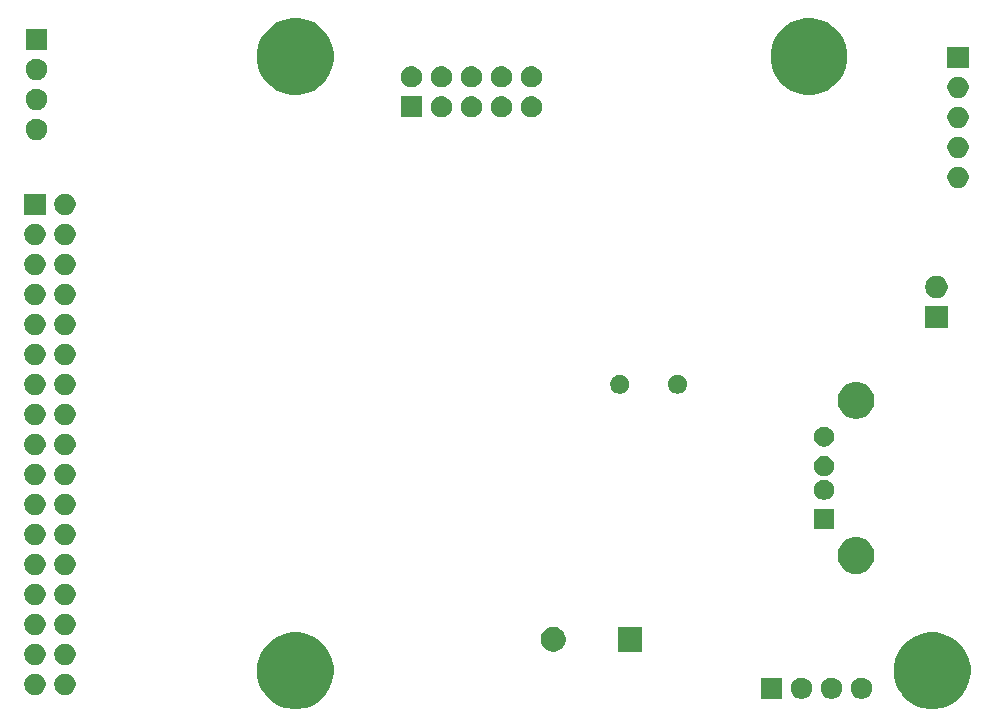
<source format=gbr>
G04 #@! TF.GenerationSoftware,KiCad,Pcbnew,(5.1.5)-3*
G04 #@! TF.CreationDate,2024-07-10T18:19:44+03:00*
G04 #@! TF.ProjectId,Gotek_Floppy_Disk_Emulator_V2,476f7465-6b5f-4466-9c6f-7070795f4469,rev?*
G04 #@! TF.SameCoordinates,Original*
G04 #@! TF.FileFunction,Soldermask,Bot*
G04 #@! TF.FilePolarity,Negative*
%FSLAX46Y46*%
G04 Gerber Fmt 4.6, Leading zero omitted, Abs format (unit mm)*
G04 Created by KiCad (PCBNEW (5.1.5)-3) date 2024-07-10 18:19:44*
%MOMM*%
%LPD*%
G04 APERTURE LIST*
%ADD10C,0.100000*%
G04 APERTURE END LIST*
D10*
G36*
X168549239Y-108691467D02*
G01*
X168863282Y-108753934D01*
X169454926Y-108999001D01*
X169987392Y-109354784D01*
X170440216Y-109807608D01*
X170795999Y-110340074D01*
X171034879Y-110916782D01*
X171041066Y-110931719D01*
X171166000Y-111559803D01*
X171166000Y-112200197D01*
X171140151Y-112330147D01*
X171041066Y-112828282D01*
X170795999Y-113419926D01*
X170510986Y-113846477D01*
X170448929Y-113939353D01*
X170440216Y-113952392D01*
X169987392Y-114405216D01*
X169454926Y-114760999D01*
X168863282Y-115006066D01*
X168549239Y-115068533D01*
X168235197Y-115131000D01*
X167594803Y-115131000D01*
X167280761Y-115068533D01*
X166966718Y-115006066D01*
X166375074Y-114760999D01*
X165842608Y-114405216D01*
X165389784Y-113952392D01*
X165381072Y-113939353D01*
X165319014Y-113846477D01*
X165034001Y-113419926D01*
X164788934Y-112828282D01*
X164689849Y-112330147D01*
X164664000Y-112200197D01*
X164664000Y-111559803D01*
X164788934Y-110931719D01*
X164795121Y-110916782D01*
X165034001Y-110340074D01*
X165389784Y-109807608D01*
X165842608Y-109354784D01*
X166375074Y-108999001D01*
X166966718Y-108753934D01*
X167280761Y-108691467D01*
X167594803Y-108629000D01*
X168235197Y-108629000D01*
X168549239Y-108691467D01*
G37*
G36*
X114634239Y-108691467D02*
G01*
X114948282Y-108753934D01*
X115539926Y-108999001D01*
X116072392Y-109354784D01*
X116525216Y-109807608D01*
X116880999Y-110340074D01*
X117119879Y-110916782D01*
X117126066Y-110931719D01*
X117251000Y-111559803D01*
X117251000Y-112200197D01*
X117225151Y-112330147D01*
X117126066Y-112828282D01*
X116880999Y-113419926D01*
X116595986Y-113846477D01*
X116533929Y-113939353D01*
X116525216Y-113952392D01*
X116072392Y-114405216D01*
X115539926Y-114760999D01*
X114948282Y-115006066D01*
X114634239Y-115068533D01*
X114320197Y-115131000D01*
X113679803Y-115131000D01*
X113365761Y-115068533D01*
X113051718Y-115006066D01*
X112460074Y-114760999D01*
X111927608Y-114405216D01*
X111474784Y-113952392D01*
X111466072Y-113939353D01*
X111404014Y-113846477D01*
X111119001Y-113419926D01*
X110873934Y-112828282D01*
X110774849Y-112330147D01*
X110749000Y-112200197D01*
X110749000Y-111559803D01*
X110873934Y-110931719D01*
X110880121Y-110916782D01*
X111119001Y-110340074D01*
X111474784Y-109807608D01*
X111927608Y-109354784D01*
X112460074Y-108999001D01*
X113051718Y-108753934D01*
X113365761Y-108691467D01*
X113679803Y-108629000D01*
X114320197Y-108629000D01*
X114634239Y-108691467D01*
G37*
G36*
X162038512Y-112468927D02*
G01*
X162187812Y-112498624D01*
X162351784Y-112566544D01*
X162499354Y-112665147D01*
X162624853Y-112790646D01*
X162723456Y-112938216D01*
X162791376Y-113102188D01*
X162826000Y-113276259D01*
X162826000Y-113453741D01*
X162791376Y-113627812D01*
X162723456Y-113791784D01*
X162624853Y-113939354D01*
X162499354Y-114064853D01*
X162351784Y-114163456D01*
X162187812Y-114231376D01*
X162038512Y-114261073D01*
X162013742Y-114266000D01*
X161836258Y-114266000D01*
X161811488Y-114261073D01*
X161662188Y-114231376D01*
X161498216Y-114163456D01*
X161350646Y-114064853D01*
X161225147Y-113939354D01*
X161126544Y-113791784D01*
X161058624Y-113627812D01*
X161024000Y-113453741D01*
X161024000Y-113276259D01*
X161058624Y-113102188D01*
X161126544Y-112938216D01*
X161225147Y-112790646D01*
X161350646Y-112665147D01*
X161498216Y-112566544D01*
X161662188Y-112498624D01*
X161811488Y-112468927D01*
X161836258Y-112464000D01*
X162013742Y-112464000D01*
X162038512Y-112468927D01*
G37*
G36*
X155206000Y-114266000D02*
G01*
X153404000Y-114266000D01*
X153404000Y-112464000D01*
X155206000Y-112464000D01*
X155206000Y-114266000D01*
G37*
G36*
X156958512Y-112468927D02*
G01*
X157107812Y-112498624D01*
X157271784Y-112566544D01*
X157419354Y-112665147D01*
X157544853Y-112790646D01*
X157643456Y-112938216D01*
X157711376Y-113102188D01*
X157746000Y-113276259D01*
X157746000Y-113453741D01*
X157711376Y-113627812D01*
X157643456Y-113791784D01*
X157544853Y-113939354D01*
X157419354Y-114064853D01*
X157271784Y-114163456D01*
X157107812Y-114231376D01*
X156958512Y-114261073D01*
X156933742Y-114266000D01*
X156756258Y-114266000D01*
X156731488Y-114261073D01*
X156582188Y-114231376D01*
X156418216Y-114163456D01*
X156270646Y-114064853D01*
X156145147Y-113939354D01*
X156046544Y-113791784D01*
X155978624Y-113627812D01*
X155944000Y-113453741D01*
X155944000Y-113276259D01*
X155978624Y-113102188D01*
X156046544Y-112938216D01*
X156145147Y-112790646D01*
X156270646Y-112665147D01*
X156418216Y-112566544D01*
X156582188Y-112498624D01*
X156731488Y-112468927D01*
X156756258Y-112464000D01*
X156933742Y-112464000D01*
X156958512Y-112468927D01*
G37*
G36*
X159498512Y-112468927D02*
G01*
X159647812Y-112498624D01*
X159811784Y-112566544D01*
X159959354Y-112665147D01*
X160084853Y-112790646D01*
X160183456Y-112938216D01*
X160251376Y-113102188D01*
X160286000Y-113276259D01*
X160286000Y-113453741D01*
X160251376Y-113627812D01*
X160183456Y-113791784D01*
X160084853Y-113939354D01*
X159959354Y-114064853D01*
X159811784Y-114163456D01*
X159647812Y-114231376D01*
X159498512Y-114261073D01*
X159473742Y-114266000D01*
X159296258Y-114266000D01*
X159271488Y-114261073D01*
X159122188Y-114231376D01*
X158958216Y-114163456D01*
X158810646Y-114064853D01*
X158685147Y-113939354D01*
X158586544Y-113791784D01*
X158518624Y-113627812D01*
X158484000Y-113453741D01*
X158484000Y-113276259D01*
X158518624Y-113102188D01*
X158586544Y-112938216D01*
X158685147Y-112790646D01*
X158810646Y-112665147D01*
X158958216Y-112566544D01*
X159122188Y-112498624D01*
X159271488Y-112468927D01*
X159296258Y-112464000D01*
X159473742Y-112464000D01*
X159498512Y-112468927D01*
G37*
G36*
X92061512Y-112133927D02*
G01*
X92210812Y-112163624D01*
X92374784Y-112231544D01*
X92522354Y-112330147D01*
X92647853Y-112455646D01*
X92746456Y-112603216D01*
X92814376Y-112767188D01*
X92849000Y-112941259D01*
X92849000Y-113118741D01*
X92814376Y-113292812D01*
X92746456Y-113456784D01*
X92647853Y-113604354D01*
X92522354Y-113729853D01*
X92374784Y-113828456D01*
X92210812Y-113896376D01*
X92061512Y-113926073D01*
X92036742Y-113931000D01*
X91859258Y-113931000D01*
X91834488Y-113926073D01*
X91685188Y-113896376D01*
X91521216Y-113828456D01*
X91373646Y-113729853D01*
X91248147Y-113604354D01*
X91149544Y-113456784D01*
X91081624Y-113292812D01*
X91047000Y-113118741D01*
X91047000Y-112941259D01*
X91081624Y-112767188D01*
X91149544Y-112603216D01*
X91248147Y-112455646D01*
X91373646Y-112330147D01*
X91521216Y-112231544D01*
X91685188Y-112163624D01*
X91834488Y-112133927D01*
X91859258Y-112129000D01*
X92036742Y-112129000D01*
X92061512Y-112133927D01*
G37*
G36*
X94601512Y-112133927D02*
G01*
X94750812Y-112163624D01*
X94914784Y-112231544D01*
X95062354Y-112330147D01*
X95187853Y-112455646D01*
X95286456Y-112603216D01*
X95354376Y-112767188D01*
X95389000Y-112941259D01*
X95389000Y-113118741D01*
X95354376Y-113292812D01*
X95286456Y-113456784D01*
X95187853Y-113604354D01*
X95062354Y-113729853D01*
X94914784Y-113828456D01*
X94750812Y-113896376D01*
X94601512Y-113926073D01*
X94576742Y-113931000D01*
X94399258Y-113931000D01*
X94374488Y-113926073D01*
X94225188Y-113896376D01*
X94061216Y-113828456D01*
X93913646Y-113729853D01*
X93788147Y-113604354D01*
X93689544Y-113456784D01*
X93621624Y-113292812D01*
X93587000Y-113118741D01*
X93587000Y-112941259D01*
X93621624Y-112767188D01*
X93689544Y-112603216D01*
X93788147Y-112455646D01*
X93913646Y-112330147D01*
X94061216Y-112231544D01*
X94225188Y-112163624D01*
X94374488Y-112133927D01*
X94399258Y-112129000D01*
X94576742Y-112129000D01*
X94601512Y-112133927D01*
G37*
G36*
X92061512Y-109593927D02*
G01*
X92210812Y-109623624D01*
X92374784Y-109691544D01*
X92522354Y-109790147D01*
X92647853Y-109915646D01*
X92746456Y-110063216D01*
X92814376Y-110227188D01*
X92849000Y-110401259D01*
X92849000Y-110578741D01*
X92814376Y-110752812D01*
X92746456Y-110916784D01*
X92647853Y-111064354D01*
X92522354Y-111189853D01*
X92374784Y-111288456D01*
X92210812Y-111356376D01*
X92061512Y-111386073D01*
X92036742Y-111391000D01*
X91859258Y-111391000D01*
X91834488Y-111386073D01*
X91685188Y-111356376D01*
X91521216Y-111288456D01*
X91373646Y-111189853D01*
X91248147Y-111064354D01*
X91149544Y-110916784D01*
X91081624Y-110752812D01*
X91047000Y-110578741D01*
X91047000Y-110401259D01*
X91081624Y-110227188D01*
X91149544Y-110063216D01*
X91248147Y-109915646D01*
X91373646Y-109790147D01*
X91521216Y-109691544D01*
X91685188Y-109623624D01*
X91834488Y-109593927D01*
X91859258Y-109589000D01*
X92036742Y-109589000D01*
X92061512Y-109593927D01*
G37*
G36*
X94601512Y-109593927D02*
G01*
X94750812Y-109623624D01*
X94914784Y-109691544D01*
X95062354Y-109790147D01*
X95187853Y-109915646D01*
X95286456Y-110063216D01*
X95354376Y-110227188D01*
X95389000Y-110401259D01*
X95389000Y-110578741D01*
X95354376Y-110752812D01*
X95286456Y-110916784D01*
X95187853Y-111064354D01*
X95062354Y-111189853D01*
X94914784Y-111288456D01*
X94750812Y-111356376D01*
X94601512Y-111386073D01*
X94576742Y-111391000D01*
X94399258Y-111391000D01*
X94374488Y-111386073D01*
X94225188Y-111356376D01*
X94061216Y-111288456D01*
X93913646Y-111189853D01*
X93788147Y-111064354D01*
X93689544Y-110916784D01*
X93621624Y-110752812D01*
X93587000Y-110578741D01*
X93587000Y-110401259D01*
X93621624Y-110227188D01*
X93689544Y-110063216D01*
X93788147Y-109915646D01*
X93913646Y-109790147D01*
X94061216Y-109691544D01*
X94225188Y-109623624D01*
X94374488Y-109593927D01*
X94399258Y-109589000D01*
X94576742Y-109589000D01*
X94601512Y-109593927D01*
G37*
G36*
X136131564Y-108209389D02*
G01*
X136322833Y-108288615D01*
X136322835Y-108288616D01*
X136494973Y-108403635D01*
X136641365Y-108550027D01*
X136708067Y-108649853D01*
X136756385Y-108722167D01*
X136835611Y-108913436D01*
X136876000Y-109116484D01*
X136876000Y-109323516D01*
X136835611Y-109526564D01*
X136795407Y-109623625D01*
X136756384Y-109717835D01*
X136641365Y-109889973D01*
X136494973Y-110036365D01*
X136322835Y-110151384D01*
X136322834Y-110151385D01*
X136322833Y-110151385D01*
X136131564Y-110230611D01*
X135928516Y-110271000D01*
X135721484Y-110271000D01*
X135518436Y-110230611D01*
X135327167Y-110151385D01*
X135327166Y-110151385D01*
X135327165Y-110151384D01*
X135155027Y-110036365D01*
X135008635Y-109889973D01*
X134893616Y-109717835D01*
X134854593Y-109623625D01*
X134814389Y-109526564D01*
X134774000Y-109323516D01*
X134774000Y-109116484D01*
X134814389Y-108913436D01*
X134893615Y-108722167D01*
X134941934Y-108649853D01*
X135008635Y-108550027D01*
X135155027Y-108403635D01*
X135327165Y-108288616D01*
X135327167Y-108288615D01*
X135518436Y-108209389D01*
X135721484Y-108169000D01*
X135928516Y-108169000D01*
X136131564Y-108209389D01*
G37*
G36*
X143376000Y-110271000D02*
G01*
X141274000Y-110271000D01*
X141274000Y-108169000D01*
X143376000Y-108169000D01*
X143376000Y-110271000D01*
G37*
G36*
X94601512Y-107053927D02*
G01*
X94750812Y-107083624D01*
X94914784Y-107151544D01*
X95062354Y-107250147D01*
X95187853Y-107375646D01*
X95286456Y-107523216D01*
X95354376Y-107687188D01*
X95389000Y-107861259D01*
X95389000Y-108038741D01*
X95354376Y-108212812D01*
X95286456Y-108376784D01*
X95187853Y-108524354D01*
X95062354Y-108649853D01*
X94914784Y-108748456D01*
X94750812Y-108816376D01*
X94601512Y-108846073D01*
X94576742Y-108851000D01*
X94399258Y-108851000D01*
X94374488Y-108846073D01*
X94225188Y-108816376D01*
X94061216Y-108748456D01*
X93913646Y-108649853D01*
X93788147Y-108524354D01*
X93689544Y-108376784D01*
X93621624Y-108212812D01*
X93587000Y-108038741D01*
X93587000Y-107861259D01*
X93621624Y-107687188D01*
X93689544Y-107523216D01*
X93788147Y-107375646D01*
X93913646Y-107250147D01*
X94061216Y-107151544D01*
X94225188Y-107083624D01*
X94374488Y-107053927D01*
X94399258Y-107049000D01*
X94576742Y-107049000D01*
X94601512Y-107053927D01*
G37*
G36*
X92061512Y-107053927D02*
G01*
X92210812Y-107083624D01*
X92374784Y-107151544D01*
X92522354Y-107250147D01*
X92647853Y-107375646D01*
X92746456Y-107523216D01*
X92814376Y-107687188D01*
X92849000Y-107861259D01*
X92849000Y-108038741D01*
X92814376Y-108212812D01*
X92746456Y-108376784D01*
X92647853Y-108524354D01*
X92522354Y-108649853D01*
X92374784Y-108748456D01*
X92210812Y-108816376D01*
X92061512Y-108846073D01*
X92036742Y-108851000D01*
X91859258Y-108851000D01*
X91834488Y-108846073D01*
X91685188Y-108816376D01*
X91521216Y-108748456D01*
X91373646Y-108649853D01*
X91248147Y-108524354D01*
X91149544Y-108376784D01*
X91081624Y-108212812D01*
X91047000Y-108038741D01*
X91047000Y-107861259D01*
X91081624Y-107687188D01*
X91149544Y-107523216D01*
X91248147Y-107375646D01*
X91373646Y-107250147D01*
X91521216Y-107151544D01*
X91685188Y-107083624D01*
X91834488Y-107053927D01*
X91859258Y-107049000D01*
X92036742Y-107049000D01*
X92061512Y-107053927D01*
G37*
G36*
X92061512Y-104513927D02*
G01*
X92210812Y-104543624D01*
X92374784Y-104611544D01*
X92522354Y-104710147D01*
X92647853Y-104835646D01*
X92746456Y-104983216D01*
X92814376Y-105147188D01*
X92849000Y-105321259D01*
X92849000Y-105498741D01*
X92814376Y-105672812D01*
X92746456Y-105836784D01*
X92647853Y-105984354D01*
X92522354Y-106109853D01*
X92374784Y-106208456D01*
X92210812Y-106276376D01*
X92061512Y-106306073D01*
X92036742Y-106311000D01*
X91859258Y-106311000D01*
X91834488Y-106306073D01*
X91685188Y-106276376D01*
X91521216Y-106208456D01*
X91373646Y-106109853D01*
X91248147Y-105984354D01*
X91149544Y-105836784D01*
X91081624Y-105672812D01*
X91047000Y-105498741D01*
X91047000Y-105321259D01*
X91081624Y-105147188D01*
X91149544Y-104983216D01*
X91248147Y-104835646D01*
X91373646Y-104710147D01*
X91521216Y-104611544D01*
X91685188Y-104543624D01*
X91834488Y-104513927D01*
X91859258Y-104509000D01*
X92036742Y-104509000D01*
X92061512Y-104513927D01*
G37*
G36*
X94601512Y-104513927D02*
G01*
X94750812Y-104543624D01*
X94914784Y-104611544D01*
X95062354Y-104710147D01*
X95187853Y-104835646D01*
X95286456Y-104983216D01*
X95354376Y-105147188D01*
X95389000Y-105321259D01*
X95389000Y-105498741D01*
X95354376Y-105672812D01*
X95286456Y-105836784D01*
X95187853Y-105984354D01*
X95062354Y-106109853D01*
X94914784Y-106208456D01*
X94750812Y-106276376D01*
X94601512Y-106306073D01*
X94576742Y-106311000D01*
X94399258Y-106311000D01*
X94374488Y-106306073D01*
X94225188Y-106276376D01*
X94061216Y-106208456D01*
X93913646Y-106109853D01*
X93788147Y-105984354D01*
X93689544Y-105836784D01*
X93621624Y-105672812D01*
X93587000Y-105498741D01*
X93587000Y-105321259D01*
X93621624Y-105147188D01*
X93689544Y-104983216D01*
X93788147Y-104835646D01*
X93913646Y-104710147D01*
X94061216Y-104611544D01*
X94225188Y-104543624D01*
X94374488Y-104513927D01*
X94399258Y-104509000D01*
X94576742Y-104509000D01*
X94601512Y-104513927D01*
G37*
G36*
X92061512Y-101973927D02*
G01*
X92210812Y-102003624D01*
X92374784Y-102071544D01*
X92522354Y-102170147D01*
X92647853Y-102295646D01*
X92746456Y-102443216D01*
X92814376Y-102607188D01*
X92849000Y-102781259D01*
X92849000Y-102958741D01*
X92814376Y-103132812D01*
X92746456Y-103296784D01*
X92647853Y-103444354D01*
X92522354Y-103569853D01*
X92374784Y-103668456D01*
X92210812Y-103736376D01*
X92061512Y-103766073D01*
X92036742Y-103771000D01*
X91859258Y-103771000D01*
X91834488Y-103766073D01*
X91685188Y-103736376D01*
X91521216Y-103668456D01*
X91373646Y-103569853D01*
X91248147Y-103444354D01*
X91149544Y-103296784D01*
X91081624Y-103132812D01*
X91047000Y-102958741D01*
X91047000Y-102781259D01*
X91081624Y-102607188D01*
X91149544Y-102443216D01*
X91248147Y-102295646D01*
X91373646Y-102170147D01*
X91521216Y-102071544D01*
X91685188Y-102003624D01*
X91834488Y-101973927D01*
X91859258Y-101969000D01*
X92036742Y-101969000D01*
X92061512Y-101973927D01*
G37*
G36*
X94601512Y-101973927D02*
G01*
X94750812Y-102003624D01*
X94914784Y-102071544D01*
X95062354Y-102170147D01*
X95187853Y-102295646D01*
X95286456Y-102443216D01*
X95354376Y-102607188D01*
X95389000Y-102781259D01*
X95389000Y-102958741D01*
X95354376Y-103132812D01*
X95286456Y-103296784D01*
X95187853Y-103444354D01*
X95062354Y-103569853D01*
X94914784Y-103668456D01*
X94750812Y-103736376D01*
X94601512Y-103766073D01*
X94576742Y-103771000D01*
X94399258Y-103771000D01*
X94374488Y-103766073D01*
X94225188Y-103736376D01*
X94061216Y-103668456D01*
X93913646Y-103569853D01*
X93788147Y-103444354D01*
X93689544Y-103296784D01*
X93621624Y-103132812D01*
X93587000Y-102958741D01*
X93587000Y-102781259D01*
X93621624Y-102607188D01*
X93689544Y-102443216D01*
X93788147Y-102295646D01*
X93913646Y-102170147D01*
X94061216Y-102071544D01*
X94225188Y-102003624D01*
X94374488Y-101973927D01*
X94399258Y-101969000D01*
X94576742Y-101969000D01*
X94601512Y-101973927D01*
G37*
G36*
X161682193Y-100592811D02*
G01*
X161912410Y-100638604D01*
X162194674Y-100755521D01*
X162448705Y-100925259D01*
X162664741Y-101141295D01*
X162834479Y-101395326D01*
X162951396Y-101677590D01*
X163011000Y-101977240D01*
X163011000Y-102282760D01*
X162951396Y-102582410D01*
X162834479Y-102864674D01*
X162664741Y-103118705D01*
X162448705Y-103334741D01*
X162194674Y-103504479D01*
X161912410Y-103621396D01*
X161762585Y-103651198D01*
X161612761Y-103681000D01*
X161307239Y-103681000D01*
X161157415Y-103651198D01*
X161007590Y-103621396D01*
X160725326Y-103504479D01*
X160471295Y-103334741D01*
X160255259Y-103118705D01*
X160085521Y-102864674D01*
X159968604Y-102582410D01*
X159909000Y-102282760D01*
X159909000Y-101977240D01*
X159968604Y-101677590D01*
X160085521Y-101395326D01*
X160255259Y-101141295D01*
X160471295Y-100925259D01*
X160725326Y-100755521D01*
X161007590Y-100638604D01*
X161237807Y-100592811D01*
X161307239Y-100579000D01*
X161612761Y-100579000D01*
X161682193Y-100592811D01*
G37*
G36*
X92061512Y-99433927D02*
G01*
X92210812Y-99463624D01*
X92374784Y-99531544D01*
X92522354Y-99630147D01*
X92647853Y-99755646D01*
X92746456Y-99903216D01*
X92814376Y-100067188D01*
X92849000Y-100241259D01*
X92849000Y-100418741D01*
X92814376Y-100592812D01*
X92746456Y-100756784D01*
X92647853Y-100904354D01*
X92522354Y-101029853D01*
X92374784Y-101128456D01*
X92210812Y-101196376D01*
X92061512Y-101226073D01*
X92036742Y-101231000D01*
X91859258Y-101231000D01*
X91834488Y-101226073D01*
X91685188Y-101196376D01*
X91521216Y-101128456D01*
X91373646Y-101029853D01*
X91248147Y-100904354D01*
X91149544Y-100756784D01*
X91081624Y-100592812D01*
X91047000Y-100418741D01*
X91047000Y-100241259D01*
X91081624Y-100067188D01*
X91149544Y-99903216D01*
X91248147Y-99755646D01*
X91373646Y-99630147D01*
X91521216Y-99531544D01*
X91685188Y-99463624D01*
X91834488Y-99433927D01*
X91859258Y-99429000D01*
X92036742Y-99429000D01*
X92061512Y-99433927D01*
G37*
G36*
X94601512Y-99433927D02*
G01*
X94750812Y-99463624D01*
X94914784Y-99531544D01*
X95062354Y-99630147D01*
X95187853Y-99755646D01*
X95286456Y-99903216D01*
X95354376Y-100067188D01*
X95389000Y-100241259D01*
X95389000Y-100418741D01*
X95354376Y-100592812D01*
X95286456Y-100756784D01*
X95187853Y-100904354D01*
X95062354Y-101029853D01*
X94914784Y-101128456D01*
X94750812Y-101196376D01*
X94601512Y-101226073D01*
X94576742Y-101231000D01*
X94399258Y-101231000D01*
X94374488Y-101226073D01*
X94225188Y-101196376D01*
X94061216Y-101128456D01*
X93913646Y-101029853D01*
X93788147Y-100904354D01*
X93689544Y-100756784D01*
X93621624Y-100592812D01*
X93587000Y-100418741D01*
X93587000Y-100241259D01*
X93621624Y-100067188D01*
X93689544Y-99903216D01*
X93788147Y-99755646D01*
X93913646Y-99630147D01*
X94061216Y-99531544D01*
X94225188Y-99463624D01*
X94374488Y-99433927D01*
X94399258Y-99429000D01*
X94576742Y-99429000D01*
X94601512Y-99433927D01*
G37*
G36*
X159601000Y-99911000D02*
G01*
X157899000Y-99911000D01*
X157899000Y-98209000D01*
X159601000Y-98209000D01*
X159601000Y-99911000D01*
G37*
G36*
X92061512Y-96893927D02*
G01*
X92210812Y-96923624D01*
X92374784Y-96991544D01*
X92522354Y-97090147D01*
X92647853Y-97215646D01*
X92746456Y-97363216D01*
X92814376Y-97527188D01*
X92849000Y-97701259D01*
X92849000Y-97878741D01*
X92814376Y-98052812D01*
X92746456Y-98216784D01*
X92647853Y-98364354D01*
X92522354Y-98489853D01*
X92374784Y-98588456D01*
X92210812Y-98656376D01*
X92061512Y-98686073D01*
X92036742Y-98691000D01*
X91859258Y-98691000D01*
X91834488Y-98686073D01*
X91685188Y-98656376D01*
X91521216Y-98588456D01*
X91373646Y-98489853D01*
X91248147Y-98364354D01*
X91149544Y-98216784D01*
X91081624Y-98052812D01*
X91047000Y-97878741D01*
X91047000Y-97701259D01*
X91081624Y-97527188D01*
X91149544Y-97363216D01*
X91248147Y-97215646D01*
X91373646Y-97090147D01*
X91521216Y-96991544D01*
X91685188Y-96923624D01*
X91834488Y-96893927D01*
X91859258Y-96889000D01*
X92036742Y-96889000D01*
X92061512Y-96893927D01*
G37*
G36*
X94601512Y-96893927D02*
G01*
X94750812Y-96923624D01*
X94914784Y-96991544D01*
X95062354Y-97090147D01*
X95187853Y-97215646D01*
X95286456Y-97363216D01*
X95354376Y-97527188D01*
X95389000Y-97701259D01*
X95389000Y-97878741D01*
X95354376Y-98052812D01*
X95286456Y-98216784D01*
X95187853Y-98364354D01*
X95062354Y-98489853D01*
X94914784Y-98588456D01*
X94750812Y-98656376D01*
X94601512Y-98686073D01*
X94576742Y-98691000D01*
X94399258Y-98691000D01*
X94374488Y-98686073D01*
X94225188Y-98656376D01*
X94061216Y-98588456D01*
X93913646Y-98489853D01*
X93788147Y-98364354D01*
X93689544Y-98216784D01*
X93621624Y-98052812D01*
X93587000Y-97878741D01*
X93587000Y-97701259D01*
X93621624Y-97527188D01*
X93689544Y-97363216D01*
X93788147Y-97215646D01*
X93913646Y-97090147D01*
X94061216Y-96991544D01*
X94225188Y-96923624D01*
X94374488Y-96893927D01*
X94399258Y-96889000D01*
X94576742Y-96889000D01*
X94601512Y-96893927D01*
G37*
G36*
X158998228Y-95741703D02*
G01*
X159153100Y-95805853D01*
X159292481Y-95898985D01*
X159411015Y-96017519D01*
X159504147Y-96156900D01*
X159568297Y-96311772D01*
X159601000Y-96476184D01*
X159601000Y-96643816D01*
X159568297Y-96808228D01*
X159504147Y-96963100D01*
X159411015Y-97102481D01*
X159292481Y-97221015D01*
X159153100Y-97314147D01*
X158998228Y-97378297D01*
X158833816Y-97411000D01*
X158666184Y-97411000D01*
X158501772Y-97378297D01*
X158346900Y-97314147D01*
X158207519Y-97221015D01*
X158088985Y-97102481D01*
X157995853Y-96963100D01*
X157931703Y-96808228D01*
X157899000Y-96643816D01*
X157899000Y-96476184D01*
X157931703Y-96311772D01*
X157995853Y-96156900D01*
X158088985Y-96017519D01*
X158207519Y-95898985D01*
X158346900Y-95805853D01*
X158501772Y-95741703D01*
X158666184Y-95709000D01*
X158833816Y-95709000D01*
X158998228Y-95741703D01*
G37*
G36*
X94601512Y-94353927D02*
G01*
X94750812Y-94383624D01*
X94914784Y-94451544D01*
X95062354Y-94550147D01*
X95187853Y-94675646D01*
X95286456Y-94823216D01*
X95354376Y-94987188D01*
X95389000Y-95161259D01*
X95389000Y-95338741D01*
X95354376Y-95512812D01*
X95286456Y-95676784D01*
X95187853Y-95824354D01*
X95062354Y-95949853D01*
X94914784Y-96048456D01*
X94750812Y-96116376D01*
X94601512Y-96146073D01*
X94576742Y-96151000D01*
X94399258Y-96151000D01*
X94374488Y-96146073D01*
X94225188Y-96116376D01*
X94061216Y-96048456D01*
X93913646Y-95949853D01*
X93788147Y-95824354D01*
X93689544Y-95676784D01*
X93621624Y-95512812D01*
X93587000Y-95338741D01*
X93587000Y-95161259D01*
X93621624Y-94987188D01*
X93689544Y-94823216D01*
X93788147Y-94675646D01*
X93913646Y-94550147D01*
X94061216Y-94451544D01*
X94225188Y-94383624D01*
X94374488Y-94353927D01*
X94399258Y-94349000D01*
X94576742Y-94349000D01*
X94601512Y-94353927D01*
G37*
G36*
X92061512Y-94353927D02*
G01*
X92210812Y-94383624D01*
X92374784Y-94451544D01*
X92522354Y-94550147D01*
X92647853Y-94675646D01*
X92746456Y-94823216D01*
X92814376Y-94987188D01*
X92849000Y-95161259D01*
X92849000Y-95338741D01*
X92814376Y-95512812D01*
X92746456Y-95676784D01*
X92647853Y-95824354D01*
X92522354Y-95949853D01*
X92374784Y-96048456D01*
X92210812Y-96116376D01*
X92061512Y-96146073D01*
X92036742Y-96151000D01*
X91859258Y-96151000D01*
X91834488Y-96146073D01*
X91685188Y-96116376D01*
X91521216Y-96048456D01*
X91373646Y-95949853D01*
X91248147Y-95824354D01*
X91149544Y-95676784D01*
X91081624Y-95512812D01*
X91047000Y-95338741D01*
X91047000Y-95161259D01*
X91081624Y-94987188D01*
X91149544Y-94823216D01*
X91248147Y-94675646D01*
X91373646Y-94550147D01*
X91521216Y-94451544D01*
X91685188Y-94383624D01*
X91834488Y-94353927D01*
X91859258Y-94349000D01*
X92036742Y-94349000D01*
X92061512Y-94353927D01*
G37*
G36*
X158998228Y-93741703D02*
G01*
X159153100Y-93805853D01*
X159292481Y-93898985D01*
X159411015Y-94017519D01*
X159504147Y-94156900D01*
X159568297Y-94311772D01*
X159601000Y-94476184D01*
X159601000Y-94643816D01*
X159568297Y-94808228D01*
X159504147Y-94963100D01*
X159411015Y-95102481D01*
X159292481Y-95221015D01*
X159153100Y-95314147D01*
X158998228Y-95378297D01*
X158833816Y-95411000D01*
X158666184Y-95411000D01*
X158501772Y-95378297D01*
X158346900Y-95314147D01*
X158207519Y-95221015D01*
X158088985Y-95102481D01*
X157995853Y-94963100D01*
X157931703Y-94808228D01*
X157899000Y-94643816D01*
X157899000Y-94476184D01*
X157931703Y-94311772D01*
X157995853Y-94156900D01*
X158088985Y-94017519D01*
X158207519Y-93898985D01*
X158346900Y-93805853D01*
X158501772Y-93741703D01*
X158666184Y-93709000D01*
X158833816Y-93709000D01*
X158998228Y-93741703D01*
G37*
G36*
X94601512Y-91813927D02*
G01*
X94750812Y-91843624D01*
X94914784Y-91911544D01*
X95062354Y-92010147D01*
X95187853Y-92135646D01*
X95286456Y-92283216D01*
X95354376Y-92447188D01*
X95384073Y-92596488D01*
X95389000Y-92621258D01*
X95389000Y-92798742D01*
X95384073Y-92823512D01*
X95354376Y-92972812D01*
X95286456Y-93136784D01*
X95187853Y-93284354D01*
X95062354Y-93409853D01*
X94914784Y-93508456D01*
X94750812Y-93576376D01*
X94601512Y-93606073D01*
X94576742Y-93611000D01*
X94399258Y-93611000D01*
X94374488Y-93606073D01*
X94225188Y-93576376D01*
X94061216Y-93508456D01*
X93913646Y-93409853D01*
X93788147Y-93284354D01*
X93689544Y-93136784D01*
X93621624Y-92972812D01*
X93591927Y-92823512D01*
X93587000Y-92798742D01*
X93587000Y-92621258D01*
X93591927Y-92596488D01*
X93621624Y-92447188D01*
X93689544Y-92283216D01*
X93788147Y-92135646D01*
X93913646Y-92010147D01*
X94061216Y-91911544D01*
X94225188Y-91843624D01*
X94374488Y-91813927D01*
X94399258Y-91809000D01*
X94576742Y-91809000D01*
X94601512Y-91813927D01*
G37*
G36*
X92061512Y-91813927D02*
G01*
X92210812Y-91843624D01*
X92374784Y-91911544D01*
X92522354Y-92010147D01*
X92647853Y-92135646D01*
X92746456Y-92283216D01*
X92814376Y-92447188D01*
X92844073Y-92596488D01*
X92849000Y-92621258D01*
X92849000Y-92798742D01*
X92844073Y-92823512D01*
X92814376Y-92972812D01*
X92746456Y-93136784D01*
X92647853Y-93284354D01*
X92522354Y-93409853D01*
X92374784Y-93508456D01*
X92210812Y-93576376D01*
X92061512Y-93606073D01*
X92036742Y-93611000D01*
X91859258Y-93611000D01*
X91834488Y-93606073D01*
X91685188Y-93576376D01*
X91521216Y-93508456D01*
X91373646Y-93409853D01*
X91248147Y-93284354D01*
X91149544Y-93136784D01*
X91081624Y-92972812D01*
X91051927Y-92823512D01*
X91047000Y-92798742D01*
X91047000Y-92621258D01*
X91051927Y-92596488D01*
X91081624Y-92447188D01*
X91149544Y-92283216D01*
X91248147Y-92135646D01*
X91373646Y-92010147D01*
X91521216Y-91911544D01*
X91685188Y-91843624D01*
X91834488Y-91813927D01*
X91859258Y-91809000D01*
X92036742Y-91809000D01*
X92061512Y-91813927D01*
G37*
G36*
X158998228Y-91241703D02*
G01*
X159153100Y-91305853D01*
X159292481Y-91398985D01*
X159411015Y-91517519D01*
X159504147Y-91656900D01*
X159568297Y-91811772D01*
X159601000Y-91976184D01*
X159601000Y-92143816D01*
X159568297Y-92308228D01*
X159504147Y-92463100D01*
X159411015Y-92602481D01*
X159292481Y-92721015D01*
X159153100Y-92814147D01*
X158998228Y-92878297D01*
X158833816Y-92911000D01*
X158666184Y-92911000D01*
X158501772Y-92878297D01*
X158346900Y-92814147D01*
X158207519Y-92721015D01*
X158088985Y-92602481D01*
X157995853Y-92463100D01*
X157931703Y-92308228D01*
X157899000Y-92143816D01*
X157899000Y-91976184D01*
X157931703Y-91811772D01*
X157995853Y-91656900D01*
X158088985Y-91517519D01*
X158207519Y-91398985D01*
X158346900Y-91305853D01*
X158501772Y-91241703D01*
X158666184Y-91209000D01*
X158833816Y-91209000D01*
X158998228Y-91241703D01*
G37*
G36*
X92061512Y-89273927D02*
G01*
X92210812Y-89303624D01*
X92374784Y-89371544D01*
X92522354Y-89470147D01*
X92647853Y-89595646D01*
X92746456Y-89743216D01*
X92814376Y-89907188D01*
X92849000Y-90081259D01*
X92849000Y-90258741D01*
X92814376Y-90432812D01*
X92746456Y-90596784D01*
X92647853Y-90744354D01*
X92522354Y-90869853D01*
X92374784Y-90968456D01*
X92210812Y-91036376D01*
X92061512Y-91066073D01*
X92036742Y-91071000D01*
X91859258Y-91071000D01*
X91834488Y-91066073D01*
X91685188Y-91036376D01*
X91521216Y-90968456D01*
X91373646Y-90869853D01*
X91248147Y-90744354D01*
X91149544Y-90596784D01*
X91081624Y-90432812D01*
X91047000Y-90258741D01*
X91047000Y-90081259D01*
X91081624Y-89907188D01*
X91149544Y-89743216D01*
X91248147Y-89595646D01*
X91373646Y-89470147D01*
X91521216Y-89371544D01*
X91685188Y-89303624D01*
X91834488Y-89273927D01*
X91859258Y-89269000D01*
X92036742Y-89269000D01*
X92061512Y-89273927D01*
G37*
G36*
X94601512Y-89273927D02*
G01*
X94750812Y-89303624D01*
X94914784Y-89371544D01*
X95062354Y-89470147D01*
X95187853Y-89595646D01*
X95286456Y-89743216D01*
X95354376Y-89907188D01*
X95389000Y-90081259D01*
X95389000Y-90258741D01*
X95354376Y-90432812D01*
X95286456Y-90596784D01*
X95187853Y-90744354D01*
X95062354Y-90869853D01*
X94914784Y-90968456D01*
X94750812Y-91036376D01*
X94601512Y-91066073D01*
X94576742Y-91071000D01*
X94399258Y-91071000D01*
X94374488Y-91066073D01*
X94225188Y-91036376D01*
X94061216Y-90968456D01*
X93913646Y-90869853D01*
X93788147Y-90744354D01*
X93689544Y-90596784D01*
X93621624Y-90432812D01*
X93587000Y-90258741D01*
X93587000Y-90081259D01*
X93621624Y-89907188D01*
X93689544Y-89743216D01*
X93788147Y-89595646D01*
X93913646Y-89470147D01*
X94061216Y-89371544D01*
X94225188Y-89303624D01*
X94374488Y-89273927D01*
X94399258Y-89269000D01*
X94576742Y-89269000D01*
X94601512Y-89273927D01*
G37*
G36*
X161762585Y-87468802D02*
G01*
X161912410Y-87498604D01*
X162194674Y-87615521D01*
X162448705Y-87785259D01*
X162664741Y-88001295D01*
X162834479Y-88255326D01*
X162951396Y-88537590D01*
X163011000Y-88837240D01*
X163011000Y-89142760D01*
X162951396Y-89442410D01*
X162834479Y-89724674D01*
X162664741Y-89978705D01*
X162448705Y-90194741D01*
X162194674Y-90364479D01*
X161912410Y-90481396D01*
X161762585Y-90511198D01*
X161612761Y-90541000D01*
X161307239Y-90541000D01*
X161157415Y-90511198D01*
X161007590Y-90481396D01*
X160725326Y-90364479D01*
X160471295Y-90194741D01*
X160255259Y-89978705D01*
X160085521Y-89724674D01*
X159968604Y-89442410D01*
X159909000Y-89142760D01*
X159909000Y-88837240D01*
X159968604Y-88537590D01*
X160085521Y-88255326D01*
X160255259Y-88001295D01*
X160471295Y-87785259D01*
X160725326Y-87615521D01*
X161007590Y-87498604D01*
X161157415Y-87468802D01*
X161307239Y-87439000D01*
X161612761Y-87439000D01*
X161762585Y-87468802D01*
G37*
G36*
X94601512Y-86733927D02*
G01*
X94750812Y-86763624D01*
X94914784Y-86831544D01*
X95062354Y-86930147D01*
X95187853Y-87055646D01*
X95286456Y-87203216D01*
X95354376Y-87367188D01*
X95389000Y-87541259D01*
X95389000Y-87718741D01*
X95354376Y-87892812D01*
X95286456Y-88056784D01*
X95187853Y-88204354D01*
X95062354Y-88329853D01*
X94914784Y-88428456D01*
X94750812Y-88496376D01*
X94601512Y-88526073D01*
X94576742Y-88531000D01*
X94399258Y-88531000D01*
X94374488Y-88526073D01*
X94225188Y-88496376D01*
X94061216Y-88428456D01*
X93913646Y-88329853D01*
X93788147Y-88204354D01*
X93689544Y-88056784D01*
X93621624Y-87892812D01*
X93587000Y-87718741D01*
X93587000Y-87541259D01*
X93621624Y-87367188D01*
X93689544Y-87203216D01*
X93788147Y-87055646D01*
X93913646Y-86930147D01*
X94061216Y-86831544D01*
X94225188Y-86763624D01*
X94374488Y-86733927D01*
X94399258Y-86729000D01*
X94576742Y-86729000D01*
X94601512Y-86733927D01*
G37*
G36*
X92061512Y-86733927D02*
G01*
X92210812Y-86763624D01*
X92374784Y-86831544D01*
X92522354Y-86930147D01*
X92647853Y-87055646D01*
X92746456Y-87203216D01*
X92814376Y-87367188D01*
X92849000Y-87541259D01*
X92849000Y-87718741D01*
X92814376Y-87892812D01*
X92746456Y-88056784D01*
X92647853Y-88204354D01*
X92522354Y-88329853D01*
X92374784Y-88428456D01*
X92210812Y-88496376D01*
X92061512Y-88526073D01*
X92036742Y-88531000D01*
X91859258Y-88531000D01*
X91834488Y-88526073D01*
X91685188Y-88496376D01*
X91521216Y-88428456D01*
X91373646Y-88329853D01*
X91248147Y-88204354D01*
X91149544Y-88056784D01*
X91081624Y-87892812D01*
X91047000Y-87718741D01*
X91047000Y-87541259D01*
X91081624Y-87367188D01*
X91149544Y-87203216D01*
X91248147Y-87055646D01*
X91373646Y-86930147D01*
X91521216Y-86831544D01*
X91685188Y-86763624D01*
X91834488Y-86733927D01*
X91859258Y-86729000D01*
X92036742Y-86729000D01*
X92061512Y-86733927D01*
G37*
G36*
X141703642Y-86849781D02*
G01*
X141849414Y-86910162D01*
X141849416Y-86910163D01*
X141980608Y-86997822D01*
X142092178Y-87109392D01*
X142154870Y-87203218D01*
X142179838Y-87240586D01*
X142240219Y-87386358D01*
X142271000Y-87541107D01*
X142271000Y-87698893D01*
X142240219Y-87853642D01*
X142223994Y-87892812D01*
X142179837Y-87999416D01*
X142092178Y-88130608D01*
X141980608Y-88242178D01*
X141849416Y-88329837D01*
X141849415Y-88329838D01*
X141849414Y-88329838D01*
X141703642Y-88390219D01*
X141548893Y-88421000D01*
X141391107Y-88421000D01*
X141236358Y-88390219D01*
X141090586Y-88329838D01*
X141090585Y-88329838D01*
X141090584Y-88329837D01*
X140959392Y-88242178D01*
X140847822Y-88130608D01*
X140760163Y-87999416D01*
X140716006Y-87892812D01*
X140699781Y-87853642D01*
X140669000Y-87698893D01*
X140669000Y-87541107D01*
X140699781Y-87386358D01*
X140760162Y-87240586D01*
X140785130Y-87203218D01*
X140847822Y-87109392D01*
X140959392Y-86997822D01*
X141090584Y-86910163D01*
X141090586Y-86910162D01*
X141236358Y-86849781D01*
X141391107Y-86819000D01*
X141548893Y-86819000D01*
X141703642Y-86849781D01*
G37*
G36*
X146583642Y-86849781D02*
G01*
X146729414Y-86910162D01*
X146729416Y-86910163D01*
X146860608Y-86997822D01*
X146972178Y-87109392D01*
X147034870Y-87203218D01*
X147059838Y-87240586D01*
X147120219Y-87386358D01*
X147151000Y-87541107D01*
X147151000Y-87698893D01*
X147120219Y-87853642D01*
X147103994Y-87892812D01*
X147059837Y-87999416D01*
X146972178Y-88130608D01*
X146860608Y-88242178D01*
X146729416Y-88329837D01*
X146729415Y-88329838D01*
X146729414Y-88329838D01*
X146583642Y-88390219D01*
X146428893Y-88421000D01*
X146271107Y-88421000D01*
X146116358Y-88390219D01*
X145970586Y-88329838D01*
X145970585Y-88329838D01*
X145970584Y-88329837D01*
X145839392Y-88242178D01*
X145727822Y-88130608D01*
X145640163Y-87999416D01*
X145596006Y-87892812D01*
X145579781Y-87853642D01*
X145549000Y-87698893D01*
X145549000Y-87541107D01*
X145579781Y-87386358D01*
X145640162Y-87240586D01*
X145665130Y-87203218D01*
X145727822Y-87109392D01*
X145839392Y-86997822D01*
X145970584Y-86910163D01*
X145970586Y-86910162D01*
X146116358Y-86849781D01*
X146271107Y-86819000D01*
X146428893Y-86819000D01*
X146583642Y-86849781D01*
G37*
G36*
X92061512Y-84193927D02*
G01*
X92210812Y-84223624D01*
X92374784Y-84291544D01*
X92522354Y-84390147D01*
X92647853Y-84515646D01*
X92746456Y-84663216D01*
X92814376Y-84827188D01*
X92849000Y-85001259D01*
X92849000Y-85178741D01*
X92814376Y-85352812D01*
X92746456Y-85516784D01*
X92647853Y-85664354D01*
X92522354Y-85789853D01*
X92374784Y-85888456D01*
X92210812Y-85956376D01*
X92061512Y-85986073D01*
X92036742Y-85991000D01*
X91859258Y-85991000D01*
X91834488Y-85986073D01*
X91685188Y-85956376D01*
X91521216Y-85888456D01*
X91373646Y-85789853D01*
X91248147Y-85664354D01*
X91149544Y-85516784D01*
X91081624Y-85352812D01*
X91047000Y-85178741D01*
X91047000Y-85001259D01*
X91081624Y-84827188D01*
X91149544Y-84663216D01*
X91248147Y-84515646D01*
X91373646Y-84390147D01*
X91521216Y-84291544D01*
X91685188Y-84223624D01*
X91834488Y-84193927D01*
X91859258Y-84189000D01*
X92036742Y-84189000D01*
X92061512Y-84193927D01*
G37*
G36*
X94601512Y-84193927D02*
G01*
X94750812Y-84223624D01*
X94914784Y-84291544D01*
X95062354Y-84390147D01*
X95187853Y-84515646D01*
X95286456Y-84663216D01*
X95354376Y-84827188D01*
X95389000Y-85001259D01*
X95389000Y-85178741D01*
X95354376Y-85352812D01*
X95286456Y-85516784D01*
X95187853Y-85664354D01*
X95062354Y-85789853D01*
X94914784Y-85888456D01*
X94750812Y-85956376D01*
X94601512Y-85986073D01*
X94576742Y-85991000D01*
X94399258Y-85991000D01*
X94374488Y-85986073D01*
X94225188Y-85956376D01*
X94061216Y-85888456D01*
X93913646Y-85789853D01*
X93788147Y-85664354D01*
X93689544Y-85516784D01*
X93621624Y-85352812D01*
X93587000Y-85178741D01*
X93587000Y-85001259D01*
X93621624Y-84827188D01*
X93689544Y-84663216D01*
X93788147Y-84515646D01*
X93913646Y-84390147D01*
X94061216Y-84291544D01*
X94225188Y-84223624D01*
X94374488Y-84193927D01*
X94399258Y-84189000D01*
X94576742Y-84189000D01*
X94601512Y-84193927D01*
G37*
G36*
X92061512Y-81653927D02*
G01*
X92210812Y-81683624D01*
X92374784Y-81751544D01*
X92522354Y-81850147D01*
X92647853Y-81975646D01*
X92746456Y-82123216D01*
X92814376Y-82287188D01*
X92849000Y-82461259D01*
X92849000Y-82638741D01*
X92814376Y-82812812D01*
X92746456Y-82976784D01*
X92647853Y-83124354D01*
X92522354Y-83249853D01*
X92374784Y-83348456D01*
X92210812Y-83416376D01*
X92061512Y-83446073D01*
X92036742Y-83451000D01*
X91859258Y-83451000D01*
X91834488Y-83446073D01*
X91685188Y-83416376D01*
X91521216Y-83348456D01*
X91373646Y-83249853D01*
X91248147Y-83124354D01*
X91149544Y-82976784D01*
X91081624Y-82812812D01*
X91047000Y-82638741D01*
X91047000Y-82461259D01*
X91081624Y-82287188D01*
X91149544Y-82123216D01*
X91248147Y-81975646D01*
X91373646Y-81850147D01*
X91521216Y-81751544D01*
X91685188Y-81683624D01*
X91834488Y-81653927D01*
X91859258Y-81649000D01*
X92036742Y-81649000D01*
X92061512Y-81653927D01*
G37*
G36*
X94601512Y-81653927D02*
G01*
X94750812Y-81683624D01*
X94914784Y-81751544D01*
X95062354Y-81850147D01*
X95187853Y-81975646D01*
X95286456Y-82123216D01*
X95354376Y-82287188D01*
X95389000Y-82461259D01*
X95389000Y-82638741D01*
X95354376Y-82812812D01*
X95286456Y-82976784D01*
X95187853Y-83124354D01*
X95062354Y-83249853D01*
X94914784Y-83348456D01*
X94750812Y-83416376D01*
X94601512Y-83446073D01*
X94576742Y-83451000D01*
X94399258Y-83451000D01*
X94374488Y-83446073D01*
X94225188Y-83416376D01*
X94061216Y-83348456D01*
X93913646Y-83249853D01*
X93788147Y-83124354D01*
X93689544Y-82976784D01*
X93621624Y-82812812D01*
X93587000Y-82638741D01*
X93587000Y-82461259D01*
X93621624Y-82287188D01*
X93689544Y-82123216D01*
X93788147Y-81975646D01*
X93913646Y-81850147D01*
X94061216Y-81751544D01*
X94225188Y-81683624D01*
X94374488Y-81653927D01*
X94399258Y-81649000D01*
X94576742Y-81649000D01*
X94601512Y-81653927D01*
G37*
G36*
X169226000Y-82866000D02*
G01*
X167324000Y-82866000D01*
X167324000Y-80964000D01*
X169226000Y-80964000D01*
X169226000Y-82866000D01*
G37*
G36*
X94601512Y-79113927D02*
G01*
X94750812Y-79143624D01*
X94914784Y-79211544D01*
X95062354Y-79310147D01*
X95187853Y-79435646D01*
X95286456Y-79583216D01*
X95354376Y-79747188D01*
X95389000Y-79921259D01*
X95389000Y-80098741D01*
X95354376Y-80272812D01*
X95286456Y-80436784D01*
X95187853Y-80584354D01*
X95062354Y-80709853D01*
X94914784Y-80808456D01*
X94750812Y-80876376D01*
X94601512Y-80906073D01*
X94576742Y-80911000D01*
X94399258Y-80911000D01*
X94374488Y-80906073D01*
X94225188Y-80876376D01*
X94061216Y-80808456D01*
X93913646Y-80709853D01*
X93788147Y-80584354D01*
X93689544Y-80436784D01*
X93621624Y-80272812D01*
X93587000Y-80098741D01*
X93587000Y-79921259D01*
X93621624Y-79747188D01*
X93689544Y-79583216D01*
X93788147Y-79435646D01*
X93913646Y-79310147D01*
X94061216Y-79211544D01*
X94225188Y-79143624D01*
X94374488Y-79113927D01*
X94399258Y-79109000D01*
X94576742Y-79109000D01*
X94601512Y-79113927D01*
G37*
G36*
X92061512Y-79113927D02*
G01*
X92210812Y-79143624D01*
X92374784Y-79211544D01*
X92522354Y-79310147D01*
X92647853Y-79435646D01*
X92746456Y-79583216D01*
X92814376Y-79747188D01*
X92849000Y-79921259D01*
X92849000Y-80098741D01*
X92814376Y-80272812D01*
X92746456Y-80436784D01*
X92647853Y-80584354D01*
X92522354Y-80709853D01*
X92374784Y-80808456D01*
X92210812Y-80876376D01*
X92061512Y-80906073D01*
X92036742Y-80911000D01*
X91859258Y-80911000D01*
X91834488Y-80906073D01*
X91685188Y-80876376D01*
X91521216Y-80808456D01*
X91373646Y-80709853D01*
X91248147Y-80584354D01*
X91149544Y-80436784D01*
X91081624Y-80272812D01*
X91047000Y-80098741D01*
X91047000Y-79921259D01*
X91081624Y-79747188D01*
X91149544Y-79583216D01*
X91248147Y-79435646D01*
X91373646Y-79310147D01*
X91521216Y-79211544D01*
X91685188Y-79143624D01*
X91834488Y-79113927D01*
X91859258Y-79109000D01*
X92036742Y-79109000D01*
X92061512Y-79113927D01*
G37*
G36*
X168552395Y-78460546D02*
G01*
X168725466Y-78532234D01*
X168725467Y-78532235D01*
X168881227Y-78636310D01*
X169013690Y-78768773D01*
X169013691Y-78768775D01*
X169117766Y-78924534D01*
X169189454Y-79097605D01*
X169226000Y-79281333D01*
X169226000Y-79468667D01*
X169189454Y-79652395D01*
X169117766Y-79825466D01*
X169117765Y-79825467D01*
X169013690Y-79981227D01*
X168881227Y-80113690D01*
X168802818Y-80166081D01*
X168725466Y-80217766D01*
X168552395Y-80289454D01*
X168368667Y-80326000D01*
X168181333Y-80326000D01*
X167997605Y-80289454D01*
X167824534Y-80217766D01*
X167747182Y-80166081D01*
X167668773Y-80113690D01*
X167536310Y-79981227D01*
X167432235Y-79825467D01*
X167432234Y-79825466D01*
X167360546Y-79652395D01*
X167324000Y-79468667D01*
X167324000Y-79281333D01*
X167360546Y-79097605D01*
X167432234Y-78924534D01*
X167536309Y-78768775D01*
X167536310Y-78768773D01*
X167668773Y-78636310D01*
X167824533Y-78532235D01*
X167824534Y-78532234D01*
X167997605Y-78460546D01*
X168181333Y-78424000D01*
X168368667Y-78424000D01*
X168552395Y-78460546D01*
G37*
G36*
X94601512Y-76573927D02*
G01*
X94750812Y-76603624D01*
X94914784Y-76671544D01*
X95062354Y-76770147D01*
X95187853Y-76895646D01*
X95286456Y-77043216D01*
X95354376Y-77207188D01*
X95389000Y-77381259D01*
X95389000Y-77558741D01*
X95354376Y-77732812D01*
X95286456Y-77896784D01*
X95187853Y-78044354D01*
X95062354Y-78169853D01*
X94914784Y-78268456D01*
X94750812Y-78336376D01*
X94601512Y-78366073D01*
X94576742Y-78371000D01*
X94399258Y-78371000D01*
X94374488Y-78366073D01*
X94225188Y-78336376D01*
X94061216Y-78268456D01*
X93913646Y-78169853D01*
X93788147Y-78044354D01*
X93689544Y-77896784D01*
X93621624Y-77732812D01*
X93587000Y-77558741D01*
X93587000Y-77381259D01*
X93621624Y-77207188D01*
X93689544Y-77043216D01*
X93788147Y-76895646D01*
X93913646Y-76770147D01*
X94061216Y-76671544D01*
X94225188Y-76603624D01*
X94374488Y-76573927D01*
X94399258Y-76569000D01*
X94576742Y-76569000D01*
X94601512Y-76573927D01*
G37*
G36*
X92061512Y-76573927D02*
G01*
X92210812Y-76603624D01*
X92374784Y-76671544D01*
X92522354Y-76770147D01*
X92647853Y-76895646D01*
X92746456Y-77043216D01*
X92814376Y-77207188D01*
X92849000Y-77381259D01*
X92849000Y-77558741D01*
X92814376Y-77732812D01*
X92746456Y-77896784D01*
X92647853Y-78044354D01*
X92522354Y-78169853D01*
X92374784Y-78268456D01*
X92210812Y-78336376D01*
X92061512Y-78366073D01*
X92036742Y-78371000D01*
X91859258Y-78371000D01*
X91834488Y-78366073D01*
X91685188Y-78336376D01*
X91521216Y-78268456D01*
X91373646Y-78169853D01*
X91248147Y-78044354D01*
X91149544Y-77896784D01*
X91081624Y-77732812D01*
X91047000Y-77558741D01*
X91047000Y-77381259D01*
X91081624Y-77207188D01*
X91149544Y-77043216D01*
X91248147Y-76895646D01*
X91373646Y-76770147D01*
X91521216Y-76671544D01*
X91685188Y-76603624D01*
X91834488Y-76573927D01*
X91859258Y-76569000D01*
X92036742Y-76569000D01*
X92061512Y-76573927D01*
G37*
G36*
X94601512Y-74033927D02*
G01*
X94750812Y-74063624D01*
X94914784Y-74131544D01*
X95062354Y-74230147D01*
X95187853Y-74355646D01*
X95286456Y-74503216D01*
X95354376Y-74667188D01*
X95389000Y-74841259D01*
X95389000Y-75018741D01*
X95354376Y-75192812D01*
X95286456Y-75356784D01*
X95187853Y-75504354D01*
X95062354Y-75629853D01*
X94914784Y-75728456D01*
X94750812Y-75796376D01*
X94601512Y-75826073D01*
X94576742Y-75831000D01*
X94399258Y-75831000D01*
X94374488Y-75826073D01*
X94225188Y-75796376D01*
X94061216Y-75728456D01*
X93913646Y-75629853D01*
X93788147Y-75504354D01*
X93689544Y-75356784D01*
X93621624Y-75192812D01*
X93587000Y-75018741D01*
X93587000Y-74841259D01*
X93621624Y-74667188D01*
X93689544Y-74503216D01*
X93788147Y-74355646D01*
X93913646Y-74230147D01*
X94061216Y-74131544D01*
X94225188Y-74063624D01*
X94374488Y-74033927D01*
X94399258Y-74029000D01*
X94576742Y-74029000D01*
X94601512Y-74033927D01*
G37*
G36*
X92061512Y-74033927D02*
G01*
X92210812Y-74063624D01*
X92374784Y-74131544D01*
X92522354Y-74230147D01*
X92647853Y-74355646D01*
X92746456Y-74503216D01*
X92814376Y-74667188D01*
X92849000Y-74841259D01*
X92849000Y-75018741D01*
X92814376Y-75192812D01*
X92746456Y-75356784D01*
X92647853Y-75504354D01*
X92522354Y-75629853D01*
X92374784Y-75728456D01*
X92210812Y-75796376D01*
X92061512Y-75826073D01*
X92036742Y-75831000D01*
X91859258Y-75831000D01*
X91834488Y-75826073D01*
X91685188Y-75796376D01*
X91521216Y-75728456D01*
X91373646Y-75629853D01*
X91248147Y-75504354D01*
X91149544Y-75356784D01*
X91081624Y-75192812D01*
X91047000Y-75018741D01*
X91047000Y-74841259D01*
X91081624Y-74667188D01*
X91149544Y-74503216D01*
X91248147Y-74355646D01*
X91373646Y-74230147D01*
X91521216Y-74131544D01*
X91685188Y-74063624D01*
X91834488Y-74033927D01*
X91859258Y-74029000D01*
X92036742Y-74029000D01*
X92061512Y-74033927D01*
G37*
G36*
X94601512Y-71493927D02*
G01*
X94750812Y-71523624D01*
X94914784Y-71591544D01*
X95062354Y-71690147D01*
X95187853Y-71815646D01*
X95286456Y-71963216D01*
X95354376Y-72127188D01*
X95389000Y-72301259D01*
X95389000Y-72478741D01*
X95354376Y-72652812D01*
X95286456Y-72816784D01*
X95187853Y-72964354D01*
X95062354Y-73089853D01*
X94914784Y-73188456D01*
X94750812Y-73256376D01*
X94601512Y-73286073D01*
X94576742Y-73291000D01*
X94399258Y-73291000D01*
X94374488Y-73286073D01*
X94225188Y-73256376D01*
X94061216Y-73188456D01*
X93913646Y-73089853D01*
X93788147Y-72964354D01*
X93689544Y-72816784D01*
X93621624Y-72652812D01*
X93587000Y-72478741D01*
X93587000Y-72301259D01*
X93621624Y-72127188D01*
X93689544Y-71963216D01*
X93788147Y-71815646D01*
X93913646Y-71690147D01*
X94061216Y-71591544D01*
X94225188Y-71523624D01*
X94374488Y-71493927D01*
X94399258Y-71489000D01*
X94576742Y-71489000D01*
X94601512Y-71493927D01*
G37*
G36*
X92849000Y-73291000D02*
G01*
X91047000Y-73291000D01*
X91047000Y-71489000D01*
X92849000Y-71489000D01*
X92849000Y-73291000D01*
G37*
G36*
X170217312Y-69207927D02*
G01*
X170366612Y-69237624D01*
X170530584Y-69305544D01*
X170678154Y-69404147D01*
X170803653Y-69529646D01*
X170902256Y-69677216D01*
X170970176Y-69841188D01*
X171004800Y-70015259D01*
X171004800Y-70192741D01*
X170970176Y-70366812D01*
X170902256Y-70530784D01*
X170803653Y-70678354D01*
X170678154Y-70803853D01*
X170530584Y-70902456D01*
X170366612Y-70970376D01*
X170217312Y-71000073D01*
X170192542Y-71005000D01*
X170015058Y-71005000D01*
X169990288Y-71000073D01*
X169840988Y-70970376D01*
X169677016Y-70902456D01*
X169529446Y-70803853D01*
X169403947Y-70678354D01*
X169305344Y-70530784D01*
X169237424Y-70366812D01*
X169202800Y-70192741D01*
X169202800Y-70015259D01*
X169237424Y-69841188D01*
X169305344Y-69677216D01*
X169403947Y-69529646D01*
X169529446Y-69404147D01*
X169677016Y-69305544D01*
X169840988Y-69237624D01*
X169990288Y-69207927D01*
X170015058Y-69203000D01*
X170192542Y-69203000D01*
X170217312Y-69207927D01*
G37*
G36*
X170217312Y-66667927D02*
G01*
X170366612Y-66697624D01*
X170530584Y-66765544D01*
X170678154Y-66864147D01*
X170803653Y-66989646D01*
X170902256Y-67137216D01*
X170970176Y-67301188D01*
X171004800Y-67475259D01*
X171004800Y-67652741D01*
X170970176Y-67826812D01*
X170902256Y-67990784D01*
X170803653Y-68138354D01*
X170678154Y-68263853D01*
X170530584Y-68362456D01*
X170366612Y-68430376D01*
X170217312Y-68460073D01*
X170192542Y-68465000D01*
X170015058Y-68465000D01*
X169990288Y-68460073D01*
X169840988Y-68430376D01*
X169677016Y-68362456D01*
X169529446Y-68263853D01*
X169403947Y-68138354D01*
X169305344Y-67990784D01*
X169237424Y-67826812D01*
X169202800Y-67652741D01*
X169202800Y-67475259D01*
X169237424Y-67301188D01*
X169305344Y-67137216D01*
X169403947Y-66989646D01*
X169529446Y-66864147D01*
X169677016Y-66765544D01*
X169840988Y-66697624D01*
X169990288Y-66667927D01*
X170015058Y-66663000D01*
X170192542Y-66663000D01*
X170217312Y-66667927D01*
G37*
G36*
X92188512Y-65143927D02*
G01*
X92337812Y-65173624D01*
X92501784Y-65241544D01*
X92649354Y-65340147D01*
X92774853Y-65465646D01*
X92873456Y-65613216D01*
X92941376Y-65777188D01*
X92976000Y-65951259D01*
X92976000Y-66128741D01*
X92941376Y-66302812D01*
X92873456Y-66466784D01*
X92774853Y-66614354D01*
X92649354Y-66739853D01*
X92501784Y-66838456D01*
X92337812Y-66906376D01*
X92188512Y-66936073D01*
X92163742Y-66941000D01*
X91986258Y-66941000D01*
X91961488Y-66936073D01*
X91812188Y-66906376D01*
X91648216Y-66838456D01*
X91500646Y-66739853D01*
X91375147Y-66614354D01*
X91276544Y-66466784D01*
X91208624Y-66302812D01*
X91174000Y-66128741D01*
X91174000Y-65951259D01*
X91208624Y-65777188D01*
X91276544Y-65613216D01*
X91375147Y-65465646D01*
X91500646Y-65340147D01*
X91648216Y-65241544D01*
X91812188Y-65173624D01*
X91961488Y-65143927D01*
X91986258Y-65139000D01*
X92163742Y-65139000D01*
X92188512Y-65143927D01*
G37*
G36*
X170217312Y-64127927D02*
G01*
X170366612Y-64157624D01*
X170530584Y-64225544D01*
X170678154Y-64324147D01*
X170803653Y-64449646D01*
X170902256Y-64597216D01*
X170970176Y-64761188D01*
X170999873Y-64910488D01*
X171004442Y-64933456D01*
X171004800Y-64935259D01*
X171004800Y-65112741D01*
X170970176Y-65286812D01*
X170902256Y-65450784D01*
X170803653Y-65598354D01*
X170678154Y-65723853D01*
X170530584Y-65822456D01*
X170366612Y-65890376D01*
X170217312Y-65920073D01*
X170192542Y-65925000D01*
X170015058Y-65925000D01*
X169990288Y-65920073D01*
X169840988Y-65890376D01*
X169677016Y-65822456D01*
X169529446Y-65723853D01*
X169403947Y-65598354D01*
X169305344Y-65450784D01*
X169237424Y-65286812D01*
X169202800Y-65112741D01*
X169202800Y-64935259D01*
X169203159Y-64933456D01*
X169207727Y-64910488D01*
X169237424Y-64761188D01*
X169305344Y-64597216D01*
X169403947Y-64449646D01*
X169529446Y-64324147D01*
X169677016Y-64225544D01*
X169840988Y-64157624D01*
X169990288Y-64127927D01*
X170015058Y-64123000D01*
X170192542Y-64123000D01*
X170217312Y-64127927D01*
G37*
G36*
X131549769Y-63237188D02*
G01*
X131707812Y-63268624D01*
X131871784Y-63336544D01*
X132019354Y-63435147D01*
X132144853Y-63560646D01*
X132243456Y-63708216D01*
X132311376Y-63872188D01*
X132341073Y-64021488D01*
X132346000Y-64046258D01*
X132346000Y-64223742D01*
X132341073Y-64248512D01*
X132311376Y-64397812D01*
X132243456Y-64561784D01*
X132144853Y-64709354D01*
X132019354Y-64834853D01*
X131871784Y-64933456D01*
X131707812Y-65001376D01*
X131558512Y-65031073D01*
X131533742Y-65036000D01*
X131356258Y-65036000D01*
X131331488Y-65031073D01*
X131182188Y-65001376D01*
X131018216Y-64933456D01*
X130870646Y-64834853D01*
X130745147Y-64709354D01*
X130646544Y-64561784D01*
X130578624Y-64397812D01*
X130548927Y-64248512D01*
X130544000Y-64223742D01*
X130544000Y-64046258D01*
X130548927Y-64021488D01*
X130578624Y-63872188D01*
X130646544Y-63708216D01*
X130745147Y-63560646D01*
X130870646Y-63435147D01*
X131018216Y-63336544D01*
X131182188Y-63268624D01*
X131340231Y-63237188D01*
X131356258Y-63234000D01*
X131533742Y-63234000D01*
X131549769Y-63237188D01*
G37*
G36*
X129009769Y-63237188D02*
G01*
X129167812Y-63268624D01*
X129331784Y-63336544D01*
X129479354Y-63435147D01*
X129604853Y-63560646D01*
X129703456Y-63708216D01*
X129771376Y-63872188D01*
X129801073Y-64021488D01*
X129806000Y-64046258D01*
X129806000Y-64223742D01*
X129801073Y-64248512D01*
X129771376Y-64397812D01*
X129703456Y-64561784D01*
X129604853Y-64709354D01*
X129479354Y-64834853D01*
X129331784Y-64933456D01*
X129167812Y-65001376D01*
X129018512Y-65031073D01*
X128993742Y-65036000D01*
X128816258Y-65036000D01*
X128791488Y-65031073D01*
X128642188Y-65001376D01*
X128478216Y-64933456D01*
X128330646Y-64834853D01*
X128205147Y-64709354D01*
X128106544Y-64561784D01*
X128038624Y-64397812D01*
X128008927Y-64248512D01*
X128004000Y-64223742D01*
X128004000Y-64046258D01*
X128008927Y-64021488D01*
X128038624Y-63872188D01*
X128106544Y-63708216D01*
X128205147Y-63560646D01*
X128330646Y-63435147D01*
X128478216Y-63336544D01*
X128642188Y-63268624D01*
X128800231Y-63237188D01*
X128816258Y-63234000D01*
X128993742Y-63234000D01*
X129009769Y-63237188D01*
G37*
G36*
X126469769Y-63237188D02*
G01*
X126627812Y-63268624D01*
X126791784Y-63336544D01*
X126939354Y-63435147D01*
X127064853Y-63560646D01*
X127163456Y-63708216D01*
X127231376Y-63872188D01*
X127261073Y-64021488D01*
X127266000Y-64046258D01*
X127266000Y-64223742D01*
X127261073Y-64248512D01*
X127231376Y-64397812D01*
X127163456Y-64561784D01*
X127064853Y-64709354D01*
X126939354Y-64834853D01*
X126791784Y-64933456D01*
X126627812Y-65001376D01*
X126478512Y-65031073D01*
X126453742Y-65036000D01*
X126276258Y-65036000D01*
X126251488Y-65031073D01*
X126102188Y-65001376D01*
X125938216Y-64933456D01*
X125790646Y-64834853D01*
X125665147Y-64709354D01*
X125566544Y-64561784D01*
X125498624Y-64397812D01*
X125468927Y-64248512D01*
X125464000Y-64223742D01*
X125464000Y-64046258D01*
X125468927Y-64021488D01*
X125498624Y-63872188D01*
X125566544Y-63708216D01*
X125665147Y-63560646D01*
X125790646Y-63435147D01*
X125938216Y-63336544D01*
X126102188Y-63268624D01*
X126260231Y-63237188D01*
X126276258Y-63234000D01*
X126453742Y-63234000D01*
X126469769Y-63237188D01*
G37*
G36*
X124726000Y-65036000D02*
G01*
X122924000Y-65036000D01*
X122924000Y-63234000D01*
X124726000Y-63234000D01*
X124726000Y-65036000D01*
G37*
G36*
X134089769Y-63237188D02*
G01*
X134247812Y-63268624D01*
X134411784Y-63336544D01*
X134559354Y-63435147D01*
X134684853Y-63560646D01*
X134783456Y-63708216D01*
X134851376Y-63872188D01*
X134881073Y-64021488D01*
X134886000Y-64046258D01*
X134886000Y-64223742D01*
X134881073Y-64248512D01*
X134851376Y-64397812D01*
X134783456Y-64561784D01*
X134684853Y-64709354D01*
X134559354Y-64834853D01*
X134411784Y-64933456D01*
X134247812Y-65001376D01*
X134098512Y-65031073D01*
X134073742Y-65036000D01*
X133896258Y-65036000D01*
X133871488Y-65031073D01*
X133722188Y-65001376D01*
X133558216Y-64933456D01*
X133410646Y-64834853D01*
X133285147Y-64709354D01*
X133186544Y-64561784D01*
X133118624Y-64397812D01*
X133088927Y-64248512D01*
X133084000Y-64223742D01*
X133084000Y-64046258D01*
X133088927Y-64021488D01*
X133118624Y-63872188D01*
X133186544Y-63708216D01*
X133285147Y-63560646D01*
X133410646Y-63435147D01*
X133558216Y-63336544D01*
X133722188Y-63268624D01*
X133880231Y-63237188D01*
X133896258Y-63234000D01*
X134073742Y-63234000D01*
X134089769Y-63237188D01*
G37*
G36*
X92188512Y-62603927D02*
G01*
X92337812Y-62633624D01*
X92501784Y-62701544D01*
X92649354Y-62800147D01*
X92774853Y-62925646D01*
X92873456Y-63073216D01*
X92941376Y-63237188D01*
X92976000Y-63411259D01*
X92976000Y-63588741D01*
X92941376Y-63762812D01*
X92873456Y-63926784D01*
X92774853Y-64074354D01*
X92649354Y-64199853D01*
X92501784Y-64298456D01*
X92337812Y-64366376D01*
X92188512Y-64396073D01*
X92163742Y-64401000D01*
X91986258Y-64401000D01*
X91961488Y-64396073D01*
X91812188Y-64366376D01*
X91648216Y-64298456D01*
X91500646Y-64199853D01*
X91375147Y-64074354D01*
X91276544Y-63926784D01*
X91208624Y-63762812D01*
X91174000Y-63588741D01*
X91174000Y-63411259D01*
X91208624Y-63237188D01*
X91276544Y-63073216D01*
X91375147Y-62925646D01*
X91500646Y-62800147D01*
X91648216Y-62701544D01*
X91812188Y-62633624D01*
X91961488Y-62603927D01*
X91986258Y-62599000D01*
X92163742Y-62599000D01*
X92188512Y-62603927D01*
G37*
G36*
X170217312Y-61587927D02*
G01*
X170366612Y-61617624D01*
X170530584Y-61685544D01*
X170678154Y-61784147D01*
X170803653Y-61909646D01*
X170902256Y-62057216D01*
X170970176Y-62221188D01*
X170999873Y-62370488D01*
X171004442Y-62393456D01*
X171004800Y-62395259D01*
X171004800Y-62572741D01*
X170970176Y-62746812D01*
X170902256Y-62910784D01*
X170803653Y-63058354D01*
X170678154Y-63183853D01*
X170530584Y-63282456D01*
X170366612Y-63350376D01*
X170217312Y-63380073D01*
X170192542Y-63385000D01*
X170015058Y-63385000D01*
X169990288Y-63380073D01*
X169840988Y-63350376D01*
X169677016Y-63282456D01*
X169529446Y-63183853D01*
X169403947Y-63058354D01*
X169305344Y-62910784D01*
X169237424Y-62746812D01*
X169202800Y-62572741D01*
X169202800Y-62395259D01*
X169203159Y-62393456D01*
X169207727Y-62370488D01*
X169237424Y-62221188D01*
X169305344Y-62057216D01*
X169403947Y-61909646D01*
X169529446Y-61784147D01*
X169677016Y-61685544D01*
X169840988Y-61617624D01*
X169990288Y-61587927D01*
X170015058Y-61583000D01*
X170192542Y-61583000D01*
X170217312Y-61587927D01*
G37*
G36*
X158114239Y-56691467D02*
G01*
X158428282Y-56753934D01*
X159019926Y-56999001D01*
X159552392Y-57354784D01*
X160005216Y-57807608D01*
X160360999Y-58340074D01*
X160606066Y-58931718D01*
X160731000Y-59559804D01*
X160731000Y-60200196D01*
X160606066Y-60828282D01*
X160360999Y-61419926D01*
X160184723Y-61683741D01*
X160033778Y-61909647D01*
X160005216Y-61952392D01*
X159552392Y-62405216D01*
X159019926Y-62760999D01*
X158428282Y-63006066D01*
X158165417Y-63058353D01*
X157800197Y-63131000D01*
X157159803Y-63131000D01*
X156794583Y-63058353D01*
X156531718Y-63006066D01*
X155940074Y-62760999D01*
X155407608Y-62405216D01*
X154954784Y-61952392D01*
X154926223Y-61909647D01*
X154775277Y-61683741D01*
X154599001Y-61419926D01*
X154353934Y-60828282D01*
X154229000Y-60200196D01*
X154229000Y-59559804D01*
X154353934Y-58931718D01*
X154599001Y-58340074D01*
X154954784Y-57807608D01*
X155407608Y-57354784D01*
X155940074Y-56999001D01*
X156531718Y-56753934D01*
X156845761Y-56691467D01*
X157159803Y-56629000D01*
X157800197Y-56629000D01*
X158114239Y-56691467D01*
G37*
G36*
X114634239Y-56691467D02*
G01*
X114948282Y-56753934D01*
X115539926Y-56999001D01*
X116072392Y-57354784D01*
X116525216Y-57807608D01*
X116880999Y-58340074D01*
X117126066Y-58931718D01*
X117251000Y-59559804D01*
X117251000Y-60200196D01*
X117126066Y-60828282D01*
X116880999Y-61419926D01*
X116704723Y-61683741D01*
X116553778Y-61909647D01*
X116525216Y-61952392D01*
X116072392Y-62405216D01*
X115539926Y-62760999D01*
X114948282Y-63006066D01*
X114685417Y-63058353D01*
X114320197Y-63131000D01*
X113679803Y-63131000D01*
X113314583Y-63058353D01*
X113051718Y-63006066D01*
X112460074Y-62760999D01*
X111927608Y-62405216D01*
X111474784Y-61952392D01*
X111446223Y-61909647D01*
X111295277Y-61683741D01*
X111119001Y-61419926D01*
X110873934Y-60828282D01*
X110749000Y-60200196D01*
X110749000Y-59559804D01*
X110873934Y-58931718D01*
X111119001Y-58340074D01*
X111474784Y-57807608D01*
X111927608Y-57354784D01*
X112460074Y-56999001D01*
X113051718Y-56753934D01*
X113365761Y-56691467D01*
X113679803Y-56629000D01*
X114320197Y-56629000D01*
X114634239Y-56691467D01*
G37*
G36*
X131549769Y-60697188D02*
G01*
X131707812Y-60728624D01*
X131871784Y-60796544D01*
X132019354Y-60895147D01*
X132144853Y-61020646D01*
X132243456Y-61168216D01*
X132311376Y-61332188D01*
X132341073Y-61481488D01*
X132346000Y-61506258D01*
X132346000Y-61683742D01*
X132341073Y-61708512D01*
X132311376Y-61857812D01*
X132243456Y-62021784D01*
X132144853Y-62169354D01*
X132019354Y-62294853D01*
X131871784Y-62393456D01*
X131707812Y-62461376D01*
X131558512Y-62491073D01*
X131533742Y-62496000D01*
X131356258Y-62496000D01*
X131331488Y-62491073D01*
X131182188Y-62461376D01*
X131018216Y-62393456D01*
X130870646Y-62294853D01*
X130745147Y-62169354D01*
X130646544Y-62021784D01*
X130578624Y-61857812D01*
X130548927Y-61708512D01*
X130544000Y-61683742D01*
X130544000Y-61506258D01*
X130548927Y-61481488D01*
X130578624Y-61332188D01*
X130646544Y-61168216D01*
X130745147Y-61020646D01*
X130870646Y-60895147D01*
X131018216Y-60796544D01*
X131182188Y-60728624D01*
X131340231Y-60697188D01*
X131356258Y-60694000D01*
X131533742Y-60694000D01*
X131549769Y-60697188D01*
G37*
G36*
X123929769Y-60697188D02*
G01*
X124087812Y-60728624D01*
X124251784Y-60796544D01*
X124399354Y-60895147D01*
X124524853Y-61020646D01*
X124623456Y-61168216D01*
X124691376Y-61332188D01*
X124721073Y-61481488D01*
X124726000Y-61506258D01*
X124726000Y-61683742D01*
X124721073Y-61708512D01*
X124691376Y-61857812D01*
X124623456Y-62021784D01*
X124524853Y-62169354D01*
X124399354Y-62294853D01*
X124251784Y-62393456D01*
X124087812Y-62461376D01*
X123938512Y-62491073D01*
X123913742Y-62496000D01*
X123736258Y-62496000D01*
X123711488Y-62491073D01*
X123562188Y-62461376D01*
X123398216Y-62393456D01*
X123250646Y-62294853D01*
X123125147Y-62169354D01*
X123026544Y-62021784D01*
X122958624Y-61857812D01*
X122928927Y-61708512D01*
X122924000Y-61683742D01*
X122924000Y-61506258D01*
X122928927Y-61481488D01*
X122958624Y-61332188D01*
X123026544Y-61168216D01*
X123125147Y-61020646D01*
X123250646Y-60895147D01*
X123398216Y-60796544D01*
X123562188Y-60728624D01*
X123720231Y-60697188D01*
X123736258Y-60694000D01*
X123913742Y-60694000D01*
X123929769Y-60697188D01*
G37*
G36*
X126469769Y-60697188D02*
G01*
X126627812Y-60728624D01*
X126791784Y-60796544D01*
X126939354Y-60895147D01*
X127064853Y-61020646D01*
X127163456Y-61168216D01*
X127231376Y-61332188D01*
X127261073Y-61481488D01*
X127266000Y-61506258D01*
X127266000Y-61683742D01*
X127261073Y-61708512D01*
X127231376Y-61857812D01*
X127163456Y-62021784D01*
X127064853Y-62169354D01*
X126939354Y-62294853D01*
X126791784Y-62393456D01*
X126627812Y-62461376D01*
X126478512Y-62491073D01*
X126453742Y-62496000D01*
X126276258Y-62496000D01*
X126251488Y-62491073D01*
X126102188Y-62461376D01*
X125938216Y-62393456D01*
X125790646Y-62294853D01*
X125665147Y-62169354D01*
X125566544Y-62021784D01*
X125498624Y-61857812D01*
X125468927Y-61708512D01*
X125464000Y-61683742D01*
X125464000Y-61506258D01*
X125468927Y-61481488D01*
X125498624Y-61332188D01*
X125566544Y-61168216D01*
X125665147Y-61020646D01*
X125790646Y-60895147D01*
X125938216Y-60796544D01*
X126102188Y-60728624D01*
X126260231Y-60697188D01*
X126276258Y-60694000D01*
X126453742Y-60694000D01*
X126469769Y-60697188D01*
G37*
G36*
X129009769Y-60697188D02*
G01*
X129167812Y-60728624D01*
X129331784Y-60796544D01*
X129479354Y-60895147D01*
X129604853Y-61020646D01*
X129703456Y-61168216D01*
X129771376Y-61332188D01*
X129801073Y-61481488D01*
X129806000Y-61506258D01*
X129806000Y-61683742D01*
X129801073Y-61708512D01*
X129771376Y-61857812D01*
X129703456Y-62021784D01*
X129604853Y-62169354D01*
X129479354Y-62294853D01*
X129331784Y-62393456D01*
X129167812Y-62461376D01*
X129018512Y-62491073D01*
X128993742Y-62496000D01*
X128816258Y-62496000D01*
X128791488Y-62491073D01*
X128642188Y-62461376D01*
X128478216Y-62393456D01*
X128330646Y-62294853D01*
X128205147Y-62169354D01*
X128106544Y-62021784D01*
X128038624Y-61857812D01*
X128008927Y-61708512D01*
X128004000Y-61683742D01*
X128004000Y-61506258D01*
X128008927Y-61481488D01*
X128038624Y-61332188D01*
X128106544Y-61168216D01*
X128205147Y-61020646D01*
X128330646Y-60895147D01*
X128478216Y-60796544D01*
X128642188Y-60728624D01*
X128800231Y-60697188D01*
X128816258Y-60694000D01*
X128993742Y-60694000D01*
X129009769Y-60697188D01*
G37*
G36*
X134089769Y-60697188D02*
G01*
X134247812Y-60728624D01*
X134411784Y-60796544D01*
X134559354Y-60895147D01*
X134684853Y-61020646D01*
X134783456Y-61168216D01*
X134851376Y-61332188D01*
X134881073Y-61481488D01*
X134886000Y-61506258D01*
X134886000Y-61683742D01*
X134881073Y-61708512D01*
X134851376Y-61857812D01*
X134783456Y-62021784D01*
X134684853Y-62169354D01*
X134559354Y-62294853D01*
X134411784Y-62393456D01*
X134247812Y-62461376D01*
X134098512Y-62491073D01*
X134073742Y-62496000D01*
X133896258Y-62496000D01*
X133871488Y-62491073D01*
X133722188Y-62461376D01*
X133558216Y-62393456D01*
X133410646Y-62294853D01*
X133285147Y-62169354D01*
X133186544Y-62021784D01*
X133118624Y-61857812D01*
X133088927Y-61708512D01*
X133084000Y-61683742D01*
X133084000Y-61506258D01*
X133088927Y-61481488D01*
X133118624Y-61332188D01*
X133186544Y-61168216D01*
X133285147Y-61020646D01*
X133410646Y-60895147D01*
X133558216Y-60796544D01*
X133722188Y-60728624D01*
X133880231Y-60697188D01*
X133896258Y-60694000D01*
X134073742Y-60694000D01*
X134089769Y-60697188D01*
G37*
G36*
X92188512Y-60063927D02*
G01*
X92337812Y-60093624D01*
X92501784Y-60161544D01*
X92649354Y-60260147D01*
X92774853Y-60385646D01*
X92873456Y-60533216D01*
X92941376Y-60697188D01*
X92976000Y-60871259D01*
X92976000Y-61048741D01*
X92941376Y-61222812D01*
X92873456Y-61386784D01*
X92774853Y-61534354D01*
X92649354Y-61659853D01*
X92501784Y-61758456D01*
X92337812Y-61826376D01*
X92188512Y-61856073D01*
X92163742Y-61861000D01*
X91986258Y-61861000D01*
X91961488Y-61856073D01*
X91812188Y-61826376D01*
X91648216Y-61758456D01*
X91500646Y-61659853D01*
X91375147Y-61534354D01*
X91276544Y-61386784D01*
X91208624Y-61222812D01*
X91174000Y-61048741D01*
X91174000Y-60871259D01*
X91208624Y-60697188D01*
X91276544Y-60533216D01*
X91375147Y-60385646D01*
X91500646Y-60260147D01*
X91648216Y-60161544D01*
X91812188Y-60093624D01*
X91961488Y-60063927D01*
X91986258Y-60059000D01*
X92163742Y-60059000D01*
X92188512Y-60063927D01*
G37*
G36*
X171004800Y-60845000D02*
G01*
X169202800Y-60845000D01*
X169202800Y-59043000D01*
X171004800Y-59043000D01*
X171004800Y-60845000D01*
G37*
G36*
X92976000Y-59321000D02*
G01*
X91174000Y-59321000D01*
X91174000Y-57519000D01*
X92976000Y-57519000D01*
X92976000Y-59321000D01*
G37*
M02*

</source>
